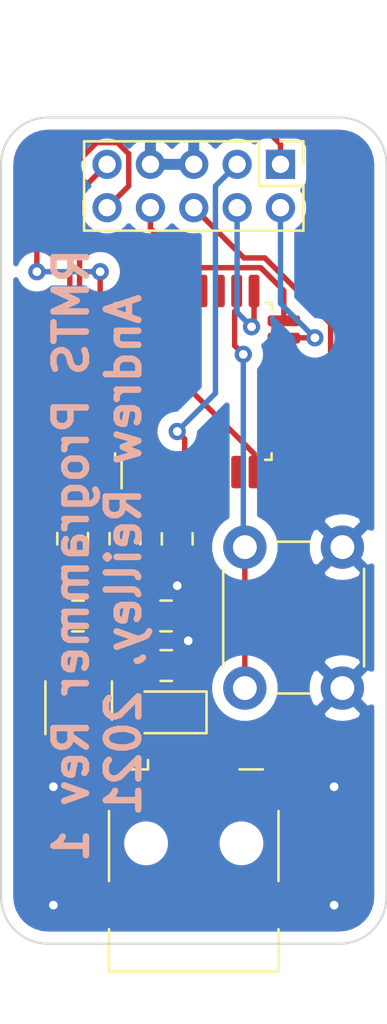
<source format=kicad_pcb>
(kicad_pcb (version 20171130) (host pcbnew "(5.1.2)-2")

  (general
    (thickness 1.6)
    (drawings 9)
    (tracks 155)
    (zones 0)
    (modules 12)
    (nets 37)
  )

  (page A4)
  (layers
    (0 F.Cu signal)
    (31 B.Cu signal)
    (32 B.Adhes user)
    (33 F.Adhes user)
    (34 B.Paste user)
    (35 F.Paste user)
    (36 B.SilkS user)
    (37 F.SilkS user)
    (38 B.Mask user)
    (39 F.Mask user)
    (40 Dwgs.User user)
    (41 Cmts.User user)
    (42 Eco1.User user)
    (43 Eco2.User user)
    (44 Edge.Cuts user)
    (45 Margin user)
    (46 B.CrtYd user)
    (47 F.CrtYd user)
    (48 B.Fab user)
    (49 F.Fab user)
  )

  (setup
    (last_trace_width 0.25)
    (trace_clearance 0.2)
    (zone_clearance 0.508)
    (zone_45_only no)
    (trace_min 0.2)
    (via_size 0.8)
    (via_drill 0.4)
    (via_min_size 0.4)
    (via_min_drill 0.3)
    (uvia_size 0.3)
    (uvia_drill 0.1)
    (uvias_allowed no)
    (uvia_min_size 0.2)
    (uvia_min_drill 0.1)
    (edge_width 0.05)
    (segment_width 0.2)
    (pcb_text_width 0.3)
    (pcb_text_size 1.5 1.5)
    (mod_edge_width 0.12)
    (mod_text_size 1 1)
    (mod_text_width 0.15)
    (pad_size 1.524 1.524)
    (pad_drill 0.762)
    (pad_to_mask_clearance 0.051)
    (solder_mask_min_width 0.25)
    (aux_axis_origin 0 0)
    (visible_elements 7FFFFFFF)
    (pcbplotparams
      (layerselection 0x010fc_ffffffff)
      (usegerberextensions false)
      (usegerberattributes false)
      (usegerberadvancedattributes false)
      (creategerberjobfile false)
      (excludeedgelayer true)
      (linewidth 0.100000)
      (plotframeref false)
      (viasonmask false)
      (mode 1)
      (useauxorigin false)
      (hpglpennumber 1)
      (hpglpenspeed 20)
      (hpglpendiameter 15.000000)
      (psnegative false)
      (psa4output false)
      (plotreference true)
      (plotvalue true)
      (plotinvisibletext false)
      (padsonsilk false)
      (subtractmaskfromsilk false)
      (outputformat 1)
      (mirror false)
      (drillshape 1)
      (scaleselection 1)
      (outputdirectory ""))
  )

  (net 0 "")
  (net 1 "Net-(U1-Pad32)")
  (net 2 "Net-(U1-Pad31)")
  (net 3 "Net-(U1-Pad30)")
  (net 4 "Net-(U1-Pad29)")
  (net 5 "Net-(U1-Pad28)")
  (net 6 "Net-(U1-Pad27)")
  (net 7 "Net-(U1-Pad26)")
  (net 8 "Net-(U1-Pad24)")
  (net 9 "Net-(U1-Pad23)")
  (net 10 "Net-(U1-Pad22)")
  (net 11 "Net-(U1-Pad21)")
  (net 12 "Net-(U1-Pad20)")
  (net 13 "Net-(U1-Pad19)")
  (net 14 "Net-(U1-Pad14)")
  (net 15 "Net-(U1-Pad13)")
  (net 16 "Net-(U1-Pad12)")
  (net 17 "Net-(U1-Pad11)")
  (net 18 "Net-(U1-Pad9)")
  (net 19 "Net-(U1-Pad7)")
  (net 20 "Net-(U1-Pad2)")
  (net 21 "Net-(U1-Pad1)")
  (net 22 GND)
  (net 23 +3V3)
  (net 24 "Net-(L1-Pad1)")
  (net 25 "Net-(J1-Pad1)")
  (net 26 "Net-(J1-Pad3)")
  (net 27 "Net-(J1-Pad2)")
  (net 28 /USBP)
  (net 29 /USBM)
  (net 30 "Net-(SW1-Pad2)")
  (net 31 /PTA0)
  (net 32 /PTA1)
  (net 33 /PTA2)
  (net 34 /PTA3)
  (net 35 /RST)
  (net 36 "Net-(D1-Pad1)")

  (net_class Default "This is the default net class."
    (clearance 0.2)
    (trace_width 0.25)
    (via_dia 0.8)
    (via_drill 0.4)
    (uvia_dia 0.3)
    (uvia_drill 0.1)
    (add_net +3V3)
    (add_net /PTA0)
    (add_net /PTA1)
    (add_net /PTA2)
    (add_net /PTA3)
    (add_net /RST)
    (add_net /USBM)
    (add_net /USBP)
    (add_net GND)
    (add_net "Net-(D1-Pad1)")
    (add_net "Net-(J1-Pad1)")
    (add_net "Net-(J1-Pad2)")
    (add_net "Net-(J1-Pad3)")
    (add_net "Net-(L1-Pad1)")
    (add_net "Net-(SW1-Pad2)")
    (add_net "Net-(U1-Pad1)")
    (add_net "Net-(U1-Pad11)")
    (add_net "Net-(U1-Pad12)")
    (add_net "Net-(U1-Pad13)")
    (add_net "Net-(U1-Pad14)")
    (add_net "Net-(U1-Pad19)")
    (add_net "Net-(U1-Pad2)")
    (add_net "Net-(U1-Pad20)")
    (add_net "Net-(U1-Pad21)")
    (add_net "Net-(U1-Pad22)")
    (add_net "Net-(U1-Pad23)")
    (add_net "Net-(U1-Pad24)")
    (add_net "Net-(U1-Pad26)")
    (add_net "Net-(U1-Pad27)")
    (add_net "Net-(U1-Pad28)")
    (add_net "Net-(U1-Pad29)")
    (add_net "Net-(U1-Pad30)")
    (add_net "Net-(U1-Pad31)")
    (add_net "Net-(U1-Pad32)")
    (add_net "Net-(U1-Pad7)")
    (add_net "Net-(U1-Pad9)")
  )

  (module Resistor_SMD:R_0805_2012Metric_Pad1.15x1.40mm_HandSolder (layer F.Cu) (tedit 5B36C52B) (tstamp 600443C7)
    (at 139.065 106.426)
    (descr "Resistor SMD 0805 (2012 Metric), square (rectangular) end terminal, IPC_7351 nominal with elongated pad for handsoldering. (Body size source: https://docs.google.com/spreadsheets/d/1BsfQQcO9C6DZCsRaXUlFlo91Tg2WpOkGARC1WS5S8t0/edit?usp=sharing), generated with kicad-footprint-generator")
    (tags "resistor handsolder")
    (path /60262F61)
    (attr smd)
    (fp_text reference R3 (at 0 -1.65) (layer F.SilkS) hide
      (effects (font (size 1 1) (thickness 0.15)))
    )
    (fp_text value 500 (at 0 1.65) (layer F.Fab)
      (effects (font (size 1 1) (thickness 0.15)))
    )
    (fp_text user %R (at 0 0) (layer F.Fab)
      (effects (font (size 0.5 0.5) (thickness 0.08)))
    )
    (fp_line (start 1.85 0.95) (end -1.85 0.95) (layer F.CrtYd) (width 0.05))
    (fp_line (start 1.85 -0.95) (end 1.85 0.95) (layer F.CrtYd) (width 0.05))
    (fp_line (start -1.85 -0.95) (end 1.85 -0.95) (layer F.CrtYd) (width 0.05))
    (fp_line (start -1.85 0.95) (end -1.85 -0.95) (layer F.CrtYd) (width 0.05))
    (fp_line (start -0.261252 0.71) (end 0.261252 0.71) (layer F.SilkS) (width 0.12))
    (fp_line (start -0.261252 -0.71) (end 0.261252 -0.71) (layer F.SilkS) (width 0.12))
    (fp_line (start 1 0.6) (end -1 0.6) (layer F.Fab) (width 0.1))
    (fp_line (start 1 -0.6) (end 1 0.6) (layer F.Fab) (width 0.1))
    (fp_line (start -1 -0.6) (end 1 -0.6) (layer F.Fab) (width 0.1))
    (fp_line (start -1 0.6) (end -1 -0.6) (layer F.Fab) (width 0.1))
    (pad 2 smd roundrect (at 1.025 0) (size 1.15 1.4) (layers F.Cu F.Paste F.Mask) (roundrect_rratio 0.217391)
      (net 22 GND))
    (pad 1 smd roundrect (at -1.025 0) (size 1.15 1.4) (layers F.Cu F.Paste F.Mask) (roundrect_rratio 0.217391)
      (net 36 "Net-(D1-Pad1)"))
    (model ${KISYS3DMOD}/Resistor_SMD.3dshapes/R_0805_2012Metric.wrl
      (at (xyz 0 0 0))
      (scale (xyz 1 1 1))
      (rotate (xyz 0 0 0))
    )
  )

  (module LED_SMD:LED_0805_2012Metric_Pad1.15x1.40mm_HandSolder (layer F.Cu) (tedit 5B4B45C9) (tstamp 600442B6)
    (at 139.065 108.585 180)
    (descr "LED SMD 0805 (2012 Metric), square (rectangular) end terminal, IPC_7351 nominal, (Body size source: https://docs.google.com/spreadsheets/d/1BsfQQcO9C6DZCsRaXUlFlo91Tg2WpOkGARC1WS5S8t0/edit?usp=sharing), generated with kicad-footprint-generator")
    (tags "LED handsolder")
    (path /60261C87)
    (attr smd)
    (fp_text reference D1 (at 0 -1.65) (layer F.SilkS) hide
      (effects (font (size 1 1) (thickness 0.15)))
    )
    (fp_text value LED (at 0 1.65) (layer F.Fab)
      (effects (font (size 1 1) (thickness 0.15)))
    )
    (fp_text user %R (at 0 0) (layer F.Fab)
      (effects (font (size 0.5 0.5) (thickness 0.08)))
    )
    (fp_line (start 1.85 0.95) (end -1.85 0.95) (layer F.CrtYd) (width 0.05))
    (fp_line (start 1.85 -0.95) (end 1.85 0.95) (layer F.CrtYd) (width 0.05))
    (fp_line (start -1.85 -0.95) (end 1.85 -0.95) (layer F.CrtYd) (width 0.05))
    (fp_line (start -1.85 0.95) (end -1.85 -0.95) (layer F.CrtYd) (width 0.05))
    (fp_line (start -1.86 0.96) (end 1 0.96) (layer F.SilkS) (width 0.12))
    (fp_line (start -1.86 -0.96) (end -1.86 0.96) (layer F.SilkS) (width 0.12))
    (fp_line (start 1 -0.96) (end -1.86 -0.96) (layer F.SilkS) (width 0.12))
    (fp_line (start 1 0.6) (end 1 -0.6) (layer F.Fab) (width 0.1))
    (fp_line (start -1 0.6) (end 1 0.6) (layer F.Fab) (width 0.1))
    (fp_line (start -1 -0.3) (end -1 0.6) (layer F.Fab) (width 0.1))
    (fp_line (start -0.7 -0.6) (end -1 -0.3) (layer F.Fab) (width 0.1))
    (fp_line (start 1 -0.6) (end -0.7 -0.6) (layer F.Fab) (width 0.1))
    (pad 2 smd roundrect (at 1.025 0 180) (size 1.15 1.4) (layers F.Cu F.Paste F.Mask) (roundrect_rratio 0.217391)
      (net 23 +3V3))
    (pad 1 smd roundrect (at -1.025 0 180) (size 1.15 1.4) (layers F.Cu F.Paste F.Mask) (roundrect_rratio 0.217391)
      (net 36 "Net-(D1-Pad1)"))
    (model ${KISYS3DMOD}/LED_SMD.3dshapes/LED_0805_2012Metric.wrl
      (at (xyz 0 0 0))
      (scale (xyz 1 1 1))
      (rotate (xyz 0 0 0))
    )
  )

  (module Connector_PinHeader_2.00mm:PinHeader_2x05_P2.00mm_Vertical (layer F.Cu) (tedit 59FED667) (tstamp 6002C769)
    (at 144.3355 83.312 270)
    (descr "Through hole straight pin header, 2x05, 2.00mm pitch, double rows")
    (tags "Through hole pin header THT 2x05 2.00mm double row")
    (path /6003C43A)
    (fp_text reference J2 (at 1 -2.06 90) (layer F.SilkS) hide
      (effects (font (size 1 1) (thickness 0.15)))
    )
    (fp_text value Conn_02x05_Odd_Even (at 1 10.06 90) (layer F.Fab)
      (effects (font (size 1 1) (thickness 0.15)))
    )
    (fp_text user %R (at 1 4) (layer F.Fab)
      (effects (font (size 1 1) (thickness 0.15)))
    )
    (fp_line (start 3.5 -1.5) (end -1.5 -1.5) (layer F.CrtYd) (width 0.05))
    (fp_line (start 3.5 9.5) (end 3.5 -1.5) (layer F.CrtYd) (width 0.05))
    (fp_line (start -1.5 9.5) (end 3.5 9.5) (layer F.CrtYd) (width 0.05))
    (fp_line (start -1.5 -1.5) (end -1.5 9.5) (layer F.CrtYd) (width 0.05))
    (fp_line (start -1.06 -1.06) (end 0 -1.06) (layer F.SilkS) (width 0.12))
    (fp_line (start -1.06 0) (end -1.06 -1.06) (layer F.SilkS) (width 0.12))
    (fp_line (start 1 -1.06) (end 3.06 -1.06) (layer F.SilkS) (width 0.12))
    (fp_line (start 1 1) (end 1 -1.06) (layer F.SilkS) (width 0.12))
    (fp_line (start -1.06 1) (end 1 1) (layer F.SilkS) (width 0.12))
    (fp_line (start 3.06 -1.06) (end 3.06 9.06) (layer F.SilkS) (width 0.12))
    (fp_line (start -1.06 1) (end -1.06 9.06) (layer F.SilkS) (width 0.12))
    (fp_line (start -1.06 9.06) (end 3.06 9.06) (layer F.SilkS) (width 0.12))
    (fp_line (start -1 0) (end 0 -1) (layer F.Fab) (width 0.1))
    (fp_line (start -1 9) (end -1 0) (layer F.Fab) (width 0.1))
    (fp_line (start 3 9) (end -1 9) (layer F.Fab) (width 0.1))
    (fp_line (start 3 -1) (end 3 9) (layer F.Fab) (width 0.1))
    (fp_line (start 0 -1) (end 3 -1) (layer F.Fab) (width 0.1))
    (pad 10 thru_hole oval (at 2 8 270) (size 1.35 1.35) (drill 0.8) (layers *.Cu *.Mask)
      (net 29 /USBM))
    (pad 9 thru_hole oval (at 0 8 270) (size 1.35 1.35) (drill 0.8) (layers *.Cu *.Mask)
      (net 28 /USBP))
    (pad 8 thru_hole oval (at 2 6 270) (size 1.35 1.35) (drill 0.8) (layers *.Cu *.Mask)
      (net 31 /PTA0))
    (pad 7 thru_hole oval (at 0 6 270) (size 1.35 1.35) (drill 0.8) (layers *.Cu *.Mask)
      (net 22 GND))
    (pad 6 thru_hole oval (at 2 4 270) (size 1.35 1.35) (drill 0.8) (layers *.Cu *.Mask)
      (net 32 /PTA1))
    (pad 5 thru_hole oval (at 0 4 270) (size 1.35 1.35) (drill 0.8) (layers *.Cu *.Mask)
      (net 22 GND))
    (pad 4 thru_hole oval (at 2 2 270) (size 1.35 1.35) (drill 0.8) (layers *.Cu *.Mask)
      (net 33 /PTA2))
    (pad 3 thru_hole oval (at 0 2 270) (size 1.35 1.35) (drill 0.8) (layers *.Cu *.Mask)
      (net 23 +3V3))
    (pad 2 thru_hole oval (at 2 0 270) (size 1.35 1.35) (drill 0.8) (layers *.Cu *.Mask)
      (net 34 /PTA3))
    (pad 1 thru_hole rect (at 0 0 270) (size 1.35 1.35) (drill 0.8) (layers *.Cu *.Mask)
      (net 35 /RST))
    (model ${KISYS3DMOD}/Connector_PinHeader_2.00mm.3dshapes/PinHeader_2x05_P2.00mm_Vertical.wrl
      (at (xyz 0 0 0))
      (scale (xyz 1 1 1))
      (rotate (xyz 0 0 0))
    )
  )

  (module Button_Switch_THT:SW_PUSH_6mm (layer F.Cu) (tedit 5A02FE31) (tstamp 6002C90D)
    (at 147.193 100.965 270)
    (descr https://www.omron.com/ecb/products/pdf/en-b3f.pdf)
    (tags "tact sw push 6mm")
    (path /60040639)
    (fp_text reference SW1 (at 3.25 -2 90) (layer F.SilkS) hide
      (effects (font (size 1 1) (thickness 0.15)))
    )
    (fp_text value SW_Push (at 3.75 6.7 90) (layer F.Fab)
      (effects (font (size 1 1) (thickness 0.15)))
    )
    (fp_text user %R (at 3.25 2.25 90) (layer F.Fab)
      (effects (font (size 1 1) (thickness 0.15)))
    )
    (fp_line (start 3.25 -0.75) (end 6.25 -0.75) (layer F.Fab) (width 0.1))
    (fp_line (start 6.25 -0.75) (end 6.25 5.25) (layer F.Fab) (width 0.1))
    (fp_line (start 6.25 5.25) (end 0.25 5.25) (layer F.Fab) (width 0.1))
    (fp_line (start 0.25 5.25) (end 0.25 -0.75) (layer F.Fab) (width 0.1))
    (fp_line (start 0.25 -0.75) (end 3.25 -0.75) (layer F.Fab) (width 0.1))
    (fp_line (start 7.75 6) (end 8 6) (layer F.CrtYd) (width 0.05))
    (fp_line (start 8 6) (end 8 5.75) (layer F.CrtYd) (width 0.05))
    (fp_line (start 7.75 -1.5) (end 8 -1.5) (layer F.CrtYd) (width 0.05))
    (fp_line (start 8 -1.5) (end 8 -1.25) (layer F.CrtYd) (width 0.05))
    (fp_line (start -1.5 -1.25) (end -1.5 -1.5) (layer F.CrtYd) (width 0.05))
    (fp_line (start -1.5 -1.5) (end -1.25 -1.5) (layer F.CrtYd) (width 0.05))
    (fp_line (start -1.5 5.75) (end -1.5 6) (layer F.CrtYd) (width 0.05))
    (fp_line (start -1.5 6) (end -1.25 6) (layer F.CrtYd) (width 0.05))
    (fp_line (start -1.25 -1.5) (end 7.75 -1.5) (layer F.CrtYd) (width 0.05))
    (fp_line (start -1.5 5.75) (end -1.5 -1.25) (layer F.CrtYd) (width 0.05))
    (fp_line (start 7.75 6) (end -1.25 6) (layer F.CrtYd) (width 0.05))
    (fp_line (start 8 -1.25) (end 8 5.75) (layer F.CrtYd) (width 0.05))
    (fp_line (start 1 5.5) (end 5.5 5.5) (layer F.SilkS) (width 0.12))
    (fp_line (start -0.25 1.5) (end -0.25 3) (layer F.SilkS) (width 0.12))
    (fp_line (start 5.5 -1) (end 1 -1) (layer F.SilkS) (width 0.12))
    (fp_line (start 6.75 3) (end 6.75 1.5) (layer F.SilkS) (width 0.12))
    (fp_circle (center 3.25 2.25) (end 1.25 2.5) (layer F.Fab) (width 0.1))
    (pad 2 thru_hole circle (at 0 4.5) (size 2 2) (drill 1.1) (layers *.Cu *.Mask)
      (net 30 "Net-(SW1-Pad2)"))
    (pad 1 thru_hole circle (at 0 0) (size 2 2) (drill 1.1) (layers *.Cu *.Mask)
      (net 22 GND))
    (pad 2 thru_hole circle (at 6.5 4.5) (size 2 2) (drill 1.1) (layers *.Cu *.Mask)
      (net 30 "Net-(SW1-Pad2)"))
    (pad 1 thru_hole circle (at 6.5 0) (size 2 2) (drill 1.1) (layers *.Cu *.Mask)
      (net 22 GND))
    (model ${KISYS3DMOD}/Button_Switch_THT.3dshapes/SW_PUSH_6mm.wrl
      (at (xyz 0 0 0))
      (scale (xyz 1 1 1))
      (rotate (xyz 0 0 0))
    )
  )

  (module Resistor_SMD:R_0805_2012Metric_Pad1.15x1.40mm_HandSolder (layer F.Cu) (tedit 5B36C52B) (tstamp 6002AA3D)
    (at 134.747 100.575 90)
    (descr "Resistor SMD 0805 (2012 Metric), square (rectangular) end terminal, IPC_7351 nominal with elongated pad for handsoldering. (Body size source: https://docs.google.com/spreadsheets/d/1BsfQQcO9C6DZCsRaXUlFlo91Tg2WpOkGARC1WS5S8t0/edit?usp=sharing), generated with kicad-footprint-generator")
    (tags "resistor handsolder")
    (path /6006EF34)
    (attr smd)
    (fp_text reference R2 (at 0 -1.65 90) (layer F.SilkS) hide
      (effects (font (size 1 1) (thickness 0.15)))
    )
    (fp_text value R_US (at 0 1.65 90) (layer F.Fab)
      (effects (font (size 1 1) (thickness 0.15)))
    )
    (fp_text user %R (at 0 0 90) (layer F.Fab)
      (effects (font (size 0.5 0.5) (thickness 0.08)))
    )
    (fp_line (start 1.85 0.95) (end -1.85 0.95) (layer F.CrtYd) (width 0.05))
    (fp_line (start 1.85 -0.95) (end 1.85 0.95) (layer F.CrtYd) (width 0.05))
    (fp_line (start -1.85 -0.95) (end 1.85 -0.95) (layer F.CrtYd) (width 0.05))
    (fp_line (start -1.85 0.95) (end -1.85 -0.95) (layer F.CrtYd) (width 0.05))
    (fp_line (start -0.261252 0.71) (end 0.261252 0.71) (layer F.SilkS) (width 0.12))
    (fp_line (start -0.261252 -0.71) (end 0.261252 -0.71) (layer F.SilkS) (width 0.12))
    (fp_line (start 1 0.6) (end -1 0.6) (layer F.Fab) (width 0.1))
    (fp_line (start 1 -0.6) (end 1 0.6) (layer F.Fab) (width 0.1))
    (fp_line (start -1 -0.6) (end 1 -0.6) (layer F.Fab) (width 0.1))
    (fp_line (start -1 0.6) (end -1 -0.6) (layer F.Fab) (width 0.1))
    (pad 2 smd roundrect (at 1.025 0 90) (size 1.15 1.4) (layers F.Cu F.Paste F.Mask) (roundrect_rratio 0.217391)
      (net 29 /USBM))
    (pad 1 smd roundrect (at -1.025 0 90) (size 1.15 1.4) (layers F.Cu F.Paste F.Mask) (roundrect_rratio 0.217391)
      (net 27 "Net-(J1-Pad2)"))
    (model ${KISYS3DMOD}/Resistor_SMD.3dshapes/R_0805_2012Metric.wrl
      (at (xyz 0 0 0))
      (scale (xyz 1 1 1))
      (rotate (xyz 0 0 0))
    )
  )

  (module Resistor_SMD:R_0805_2012Metric_Pad1.15x1.40mm_HandSolder (layer F.Cu) (tedit 5B36C52B) (tstamp 6002AA2C)
    (at 137.16 100.575 90)
    (descr "Resistor SMD 0805 (2012 Metric), square (rectangular) end terminal, IPC_7351 nominal with elongated pad for handsoldering. (Body size source: https://docs.google.com/spreadsheets/d/1BsfQQcO9C6DZCsRaXUlFlo91Tg2WpOkGARC1WS5S8t0/edit?usp=sharing), generated with kicad-footprint-generator")
    (tags "resistor handsolder")
    (path /60065BD3)
    (attr smd)
    (fp_text reference R1 (at 0 -1.65 90) (layer F.SilkS) hide
      (effects (font (size 1 1) (thickness 0.15)))
    )
    (fp_text value R_US (at 0 1.65 90) (layer F.Fab)
      (effects (font (size 1 1) (thickness 0.15)))
    )
    (fp_text user %R (at 0 0 90) (layer F.Fab)
      (effects (font (size 0.5 0.5) (thickness 0.08)))
    )
    (fp_line (start 1.85 0.95) (end -1.85 0.95) (layer F.CrtYd) (width 0.05))
    (fp_line (start 1.85 -0.95) (end 1.85 0.95) (layer F.CrtYd) (width 0.05))
    (fp_line (start -1.85 -0.95) (end 1.85 -0.95) (layer F.CrtYd) (width 0.05))
    (fp_line (start -1.85 0.95) (end -1.85 -0.95) (layer F.CrtYd) (width 0.05))
    (fp_line (start -0.261252 0.71) (end 0.261252 0.71) (layer F.SilkS) (width 0.12))
    (fp_line (start -0.261252 -0.71) (end 0.261252 -0.71) (layer F.SilkS) (width 0.12))
    (fp_line (start 1 0.6) (end -1 0.6) (layer F.Fab) (width 0.1))
    (fp_line (start 1 -0.6) (end 1 0.6) (layer F.Fab) (width 0.1))
    (fp_line (start -1 -0.6) (end 1 -0.6) (layer F.Fab) (width 0.1))
    (fp_line (start -1 0.6) (end -1 -0.6) (layer F.Fab) (width 0.1))
    (pad 2 smd roundrect (at 1.025 0 90) (size 1.15 1.4) (layers F.Cu F.Paste F.Mask) (roundrect_rratio 0.217391)
      (net 28 /USBP))
    (pad 1 smd roundrect (at -1.025 0 90) (size 1.15 1.4) (layers F.Cu F.Paste F.Mask) (roundrect_rratio 0.217391)
      (net 26 "Net-(J1-Pad3)"))
    (model ${KISYS3DMOD}/Resistor_SMD.3dshapes/R_0805_2012Metric.wrl
      (at (xyz 0 0 0))
      (scale (xyz 1 1 1))
      (rotate (xyz 0 0 0))
    )
  )

  (module Inductor_SMD:L_0805_2012Metric_Pad1.15x1.40mm_HandSolder (layer F.Cu) (tedit 5B36C52B) (tstamp 6002AA1B)
    (at 134.992 104.14)
    (descr "Capacitor SMD 0805 (2012 Metric), square (rectangular) end terminal, IPC_7351 nominal with elongated pad for handsoldering. (Body size source: https://docs.google.com/spreadsheets/d/1BsfQQcO9C6DZCsRaXUlFlo91Tg2WpOkGARC1WS5S8t0/edit?usp=sharing), generated with kicad-footprint-generator")
    (tags "inductor handsolder")
    (path /6004A97D)
    (attr smd)
    (fp_text reference L1 (at 0 -1.65) (layer F.SilkS) hide
      (effects (font (size 1 1) (thickness 0.15)))
    )
    (fp_text value 1uH (at 0 1.65) (layer F.Fab)
      (effects (font (size 1 1) (thickness 0.15)))
    )
    (fp_text user %R (at 0 0) (layer F.Fab)
      (effects (font (size 0.5 0.5) (thickness 0.08)))
    )
    (fp_line (start 1.85 0.95) (end -1.85 0.95) (layer F.CrtYd) (width 0.05))
    (fp_line (start 1.85 -0.95) (end 1.85 0.95) (layer F.CrtYd) (width 0.05))
    (fp_line (start -1.85 -0.95) (end 1.85 -0.95) (layer F.CrtYd) (width 0.05))
    (fp_line (start -1.85 0.95) (end -1.85 -0.95) (layer F.CrtYd) (width 0.05))
    (fp_line (start -0.261252 0.71) (end 0.261252 0.71) (layer F.SilkS) (width 0.12))
    (fp_line (start -0.261252 -0.71) (end 0.261252 -0.71) (layer F.SilkS) (width 0.12))
    (fp_line (start 1 0.6) (end -1 0.6) (layer F.Fab) (width 0.1))
    (fp_line (start 1 -0.6) (end 1 0.6) (layer F.Fab) (width 0.1))
    (fp_line (start -1 -0.6) (end 1 -0.6) (layer F.Fab) (width 0.1))
    (fp_line (start -1 0.6) (end -1 -0.6) (layer F.Fab) (width 0.1))
    (pad 2 smd roundrect (at 1.025 0) (size 1.15 1.4) (layers F.Cu F.Paste F.Mask) (roundrect_rratio 0.217391)
      (net 23 +3V3))
    (pad 1 smd roundrect (at -1.025 0) (size 1.15 1.4) (layers F.Cu F.Paste F.Mask) (roundrect_rratio 0.217391)
      (net 24 "Net-(L1-Pad1)"))
    (model ${KISYS3DMOD}/Inductor_SMD.3dshapes/L_0805_2012Metric.wrl
      (at (xyz 0 0 0))
      (scale (xyz 1 1 1))
      (rotate (xyz 0 0 0))
    )
  )

  (module Connector_USB:USB_Mini-B_Lumberg_2486_01_Horizontal (layer F.Cu) (tedit 5AC6B535) (tstamp 6002AA0A)
    (at 140.335 114.625)
    (descr "USB Mini-B 5-pin SMD connector, http://downloads.lumberg.com/datenblaetter/en/2486_01.pdf")
    (tags "USB USB_B USB_Mini connector")
    (path /6003EA0A)
    (attr smd)
    (fp_text reference J1 (at 0 -5) (layer F.SilkS) hide
      (effects (font (size 1 1) (thickness 0.15)))
    )
    (fp_text value USB_B_Micro (at 0 7.5) (layer F.Fab)
      (effects (font (size 1 1) (thickness 0.15)))
    )
    (fp_line (start -4.35 6.35) (end -4.35 4.2) (layer F.CrtYd) (width 0.05))
    (fp_line (start -4.35 4.2) (end -5.95 4.2) (layer F.CrtYd) (width 0.05))
    (fp_line (start -5.95 1.5) (end -5.95 4.2) (layer F.CrtYd) (width 0.05))
    (fp_line (start -4.35 1.5) (end -5.95 1.5) (layer F.CrtYd) (width 0.05))
    (fp_line (start -4.35 -1.25) (end -4.35 1.5) (layer F.CrtYd) (width 0.05))
    (fp_line (start -4.35 -1.25) (end -5.95 -1.25) (layer F.CrtYd) (width 0.05))
    (fp_line (start -5.95 -3.95) (end -5.95 -1.25) (layer F.CrtYd) (width 0.05))
    (fp_line (start -5.95 -3.95) (end -2.35 -3.95) (layer F.CrtYd) (width 0.05))
    (fp_line (start -2.35 -3.95) (end -2.35 -4.2) (layer F.CrtYd) (width 0.05))
    (fp_line (start 5.95 -3.95) (end 5.95 -1.25) (layer F.CrtYd) (width 0.05))
    (fp_line (start 4.35 -1.25) (end 5.95 -1.25) (layer F.CrtYd) (width 0.05))
    (fp_line (start 4.35 -1.25) (end 4.35 1.5) (layer F.CrtYd) (width 0.05))
    (fp_line (start -1.95 -3.35) (end -1.6 -2.85) (layer F.Fab) (width 0.1))
    (fp_line (start 5.95 1.5) (end 5.95 4.2) (layer F.CrtYd) (width 0.05))
    (fp_line (start 5.95 -3.95) (end 2.35 -3.95) (layer F.CrtYd) (width 0.05))
    (fp_line (start -4.35 6.35) (end 4.35 6.35) (layer F.CrtYd) (width 0.05))
    (fp_line (start -3.85 -3.35) (end 3.85 -3.35) (layer F.Fab) (width 0.1))
    (fp_line (start -3.85 -3.35) (end -3.85 5.85) (layer F.Fab) (width 0.1))
    (fp_line (start -3.85 5.85) (end 3.85 5.85) (layer F.Fab) (width 0.1))
    (fp_line (start 3.85 5.85) (end 3.85 -3.35) (layer F.Fab) (width 0.1))
    (fp_line (start -3.91 5.91) (end -3.91 3.96) (layer F.SilkS) (width 0.12))
    (fp_line (start -3.91 1.74) (end -3.91 -1.49) (layer F.SilkS) (width 0.12))
    (fp_line (start -3.19 -3.41) (end -2.11 -3.41) (layer F.SilkS) (width 0.12))
    (fp_line (start 2.11 -3.41) (end 3.19 -3.41) (layer F.SilkS) (width 0.12))
    (fp_line (start 3.91 1.74) (end 3.91 -1.49) (layer F.SilkS) (width 0.12))
    (fp_line (start 3.91 5.91) (end 3.91 3.96) (layer F.SilkS) (width 0.12))
    (fp_text user %R (at 0 1.6 180) (layer F.Fab)
      (effects (font (size 1 1) (thickness 0.15)))
    )
    (fp_line (start -2.11 -3.41) (end -2.11 -3.84) (layer F.SilkS) (width 0.12))
    (fp_line (start -1.6 -2.85) (end -1.25 -3.35) (layer F.Fab) (width 0.1))
    (fp_line (start 3.91 5.91) (end -3.91 5.91) (layer F.SilkS) (width 0.12))
    (fp_line (start 4.35 6.35) (end 4.35 4.2) (layer F.CrtYd) (width 0.05))
    (fp_line (start 4.35 4.2) (end 5.95 4.2) (layer F.CrtYd) (width 0.05))
    (fp_line (start 4.35 1.5) (end 5.95 1.5) (layer F.CrtYd) (width 0.05))
    (fp_line (start 2.35 -3.95) (end 2.35 -4.2) (layer F.CrtYd) (width 0.05))
    (fp_line (start 2.35 -4.2) (end -2.35 -4.2) (layer F.CrtYd) (width 0.05))
    (pad "" np_thru_hole circle (at 2.2 0) (size 1 1) (drill 1) (layers *.Cu *.Mask))
    (pad "" np_thru_hole circle (at -2.2 0) (size 1 1) (drill 1) (layers *.Cu *.Mask))
    (pad 6 smd rect (at 4.45 2.85) (size 2 1.7) (layers F.Cu F.Paste F.Mask)
      (net 22 GND))
    (pad 6 smd rect (at 4.45 -2.6) (size 2 1.7) (layers F.Cu F.Paste F.Mask)
      (net 22 GND))
    (pad 6 smd rect (at -4.45 2.85) (size 2 1.7) (layers F.Cu F.Paste F.Mask)
      (net 22 GND))
    (pad 6 smd rect (at -4.45 -2.6) (size 2 1.7) (layers F.Cu F.Paste F.Mask)
      (net 22 GND))
    (pad 5 smd rect (at 1.6 -2.7) (size 0.5 2) (layers F.Cu F.Paste F.Mask)
      (net 22 GND))
    (pad 4 smd rect (at 0.8 -2.7) (size 0.5 2) (layers F.Cu F.Paste F.Mask)
      (net 32 /PTA1))
    (pad 3 smd rect (at 0 -2.7) (size 0.5 2) (layers F.Cu F.Paste F.Mask)
      (net 26 "Net-(J1-Pad3)"))
    (pad 2 smd rect (at -0.8 -2.7) (size 0.5 2) (layers F.Cu F.Paste F.Mask)
      (net 27 "Net-(J1-Pad2)"))
    (pad 1 smd rect (at -1.6 -2.7) (size 0.5 2) (layers F.Cu F.Paste F.Mask)
      (net 25 "Net-(J1-Pad1)"))
    (model ${KISYS3DMOD}/Connector_USB.3dshapes/USB_Mini-B_Lumberg_2486_01_Horizontal.wrl
      (at (xyz 0 0 0))
      (scale (xyz 1 1 1))
      (rotate (xyz 0 0 0))
    )
  )

  (module Capacitor_SMD:C_0805_2012Metric_Pad1.15x1.40mm_HandSolder (layer F.Cu) (tedit 5B36C52B) (tstamp 6002A9D8)
    (at 139.056 104.14)
    (descr "Capacitor SMD 0805 (2012 Metric), square (rectangular) end terminal, IPC_7351 nominal with elongated pad for handsoldering. (Body size source: https://docs.google.com/spreadsheets/d/1BsfQQcO9C6DZCsRaXUlFlo91Tg2WpOkGARC1WS5S8t0/edit?usp=sharing), generated with kicad-footprint-generator")
    (tags "capacitor handsolder")
    (path /6006F61D)
    (attr smd)
    (fp_text reference C2 (at 0 -1.65) (layer F.SilkS) hide
      (effects (font (size 1 1) (thickness 0.15)))
    )
    (fp_text value 0.1uF (at 0 1.65) (layer F.Fab)
      (effects (font (size 1 1) (thickness 0.15)))
    )
    (fp_text user %R (at 0 0) (layer F.Fab)
      (effects (font (size 0.5 0.5) (thickness 0.08)))
    )
    (fp_line (start 1.85 0.95) (end -1.85 0.95) (layer F.CrtYd) (width 0.05))
    (fp_line (start 1.85 -0.95) (end 1.85 0.95) (layer F.CrtYd) (width 0.05))
    (fp_line (start -1.85 -0.95) (end 1.85 -0.95) (layer F.CrtYd) (width 0.05))
    (fp_line (start -1.85 0.95) (end -1.85 -0.95) (layer F.CrtYd) (width 0.05))
    (fp_line (start -0.261252 0.71) (end 0.261252 0.71) (layer F.SilkS) (width 0.12))
    (fp_line (start -0.261252 -0.71) (end 0.261252 -0.71) (layer F.SilkS) (width 0.12))
    (fp_line (start 1 0.6) (end -1 0.6) (layer F.Fab) (width 0.1))
    (fp_line (start 1 -0.6) (end 1 0.6) (layer F.Fab) (width 0.1))
    (fp_line (start -1 -0.6) (end 1 -0.6) (layer F.Fab) (width 0.1))
    (fp_line (start -1 0.6) (end -1 -0.6) (layer F.Fab) (width 0.1))
    (pad 2 smd roundrect (at 1.025 0) (size 1.15 1.4) (layers F.Cu F.Paste F.Mask) (roundrect_rratio 0.217391)
      (net 22 GND))
    (pad 1 smd roundrect (at -1.025 0) (size 1.15 1.4) (layers F.Cu F.Paste F.Mask) (roundrect_rratio 0.217391)
      (net 23 +3V3))
    (model ${KISYS3DMOD}/Capacitor_SMD.3dshapes/C_0805_2012Metric.wrl
      (at (xyz 0 0 0))
      (scale (xyz 1 1 1))
      (rotate (xyz 0 0 0))
    )
  )

  (module Capacitor_SMD:C_0805_2012Metric_Pad1.15x1.40mm_HandSolder (layer F.Cu) (tedit 5B36C52B) (tstamp 6002A9C7)
    (at 139.573 100.584 270)
    (descr "Capacitor SMD 0805 (2012 Metric), square (rectangular) end terminal, IPC_7351 nominal with elongated pad for handsoldering. (Body size source: https://docs.google.com/spreadsheets/d/1BsfQQcO9C6DZCsRaXUlFlo91Tg2WpOkGARC1WS5S8t0/edit?usp=sharing), generated with kicad-footprint-generator")
    (tags "capacitor handsolder")
    (path /6004C50F)
    (attr smd)
    (fp_text reference C1 (at 0 -1.65 90) (layer F.SilkS) hide
      (effects (font (size 1 1) (thickness 0.15)))
    )
    (fp_text value 10uF (at 0 1.65 90) (layer F.Fab)
      (effects (font (size 1 1) (thickness 0.15)))
    )
    (fp_text user %R (at 0 0 90) (layer F.Fab)
      (effects (font (size 0.5 0.5) (thickness 0.08)))
    )
    (fp_line (start 1.85 0.95) (end -1.85 0.95) (layer F.CrtYd) (width 0.05))
    (fp_line (start 1.85 -0.95) (end 1.85 0.95) (layer F.CrtYd) (width 0.05))
    (fp_line (start -1.85 -0.95) (end 1.85 -0.95) (layer F.CrtYd) (width 0.05))
    (fp_line (start -1.85 0.95) (end -1.85 -0.95) (layer F.CrtYd) (width 0.05))
    (fp_line (start -0.261252 0.71) (end 0.261252 0.71) (layer F.SilkS) (width 0.12))
    (fp_line (start -0.261252 -0.71) (end 0.261252 -0.71) (layer F.SilkS) (width 0.12))
    (fp_line (start 1 0.6) (end -1 0.6) (layer F.Fab) (width 0.1))
    (fp_line (start 1 -0.6) (end 1 0.6) (layer F.Fab) (width 0.1))
    (fp_line (start -1 -0.6) (end 1 -0.6) (layer F.Fab) (width 0.1))
    (fp_line (start -1 0.6) (end -1 -0.6) (layer F.Fab) (width 0.1))
    (pad 2 smd roundrect (at 1.025 0 270) (size 1.15 1.4) (layers F.Cu F.Paste F.Mask) (roundrect_rratio 0.217391)
      (net 22 GND))
    (pad 1 smd roundrect (at -1.025 0 270) (size 1.15 1.4) (layers F.Cu F.Paste F.Mask) (roundrect_rratio 0.217391)
      (net 23 +3V3))
    (model ${KISYS3DMOD}/Capacitor_SMD.3dshapes/C_0805_2012Metric.wrl
      (at (xyz 0 0 0))
      (scale (xyz 1 1 1))
      (rotate (xyz 0 0 0))
    )
  )

  (module Package_TO_SOT_SMD:TSOT-23-5 (layer F.Cu) (tedit 5A02FF57) (tstamp 60027C07)
    (at 135.001 108.037 90)
    (descr "5-pin TSOT23 package, http://cds.linear.com/docs/en/packaging/SOT_5_05-08-1635.pdf")
    (tags TSOT-23-5)
    (path /60041CE7)
    (attr smd)
    (fp_text reference U2 (at 0 -2.45 90) (layer F.SilkS) hide
      (effects (font (size 1 1) (thickness 0.15)))
    )
    (fp_text value ADP2108AUJ-3.3 (at 0 2.5 90) (layer F.Fab)
      (effects (font (size 1 1) (thickness 0.15)))
    )
    (fp_line (start 2.17 1.7) (end -2.17 1.7) (layer F.CrtYd) (width 0.05))
    (fp_line (start 2.17 1.7) (end 2.17 -1.7) (layer F.CrtYd) (width 0.05))
    (fp_line (start -2.17 -1.7) (end -2.17 1.7) (layer F.CrtYd) (width 0.05))
    (fp_line (start -2.17 -1.7) (end 2.17 -1.7) (layer F.CrtYd) (width 0.05))
    (fp_line (start 0.88 -1.45) (end 0.88 1.45) (layer F.Fab) (width 0.1))
    (fp_line (start 0.88 1.45) (end -0.88 1.45) (layer F.Fab) (width 0.1))
    (fp_line (start -0.88 -1) (end -0.88 1.45) (layer F.Fab) (width 0.1))
    (fp_line (start 0.88 -1.45) (end -0.43 -1.45) (layer F.Fab) (width 0.1))
    (fp_line (start -0.88 -1) (end -0.43 -1.45) (layer F.Fab) (width 0.1))
    (fp_line (start 0.88 -1.51) (end -1.55 -1.51) (layer F.SilkS) (width 0.12))
    (fp_line (start -0.88 1.56) (end 0.88 1.56) (layer F.SilkS) (width 0.12))
    (fp_text user %R (at 0 0) (layer F.Fab)
      (effects (font (size 0.5 0.5) (thickness 0.075)))
    )
    (pad 5 smd rect (at 1.31 -0.95 90) (size 1.22 0.65) (layers F.Cu F.Paste F.Mask)
      (net 24 "Net-(L1-Pad1)"))
    (pad 4 smd rect (at 1.31 0.95 90) (size 1.22 0.65) (layers F.Cu F.Paste F.Mask)
      (net 23 +3V3))
    (pad 3 smd rect (at -1.31 0.95 90) (size 1.22 0.65) (layers F.Cu F.Paste F.Mask)
      (net 25 "Net-(J1-Pad1)"))
    (pad 2 smd rect (at -1.31 0 90) (size 1.22 0.65) (layers F.Cu F.Paste F.Mask)
      (net 22 GND))
    (pad 1 smd rect (at -1.31 -0.95 90) (size 1.22 0.65) (layers F.Cu F.Paste F.Mask)
      (net 25 "Net-(J1-Pad1)"))
    (model ${KISYS3DMOD}/Package_TO_SOT_SMD.3dshapes/TSOT-23-5.wrl
      (at (xyz 0 0 0))
      (scale (xyz 1 1 1))
      (rotate (xyz 0 0 0))
    )
  )

  (module Package_QFP:LQFP-32_7x7mm_P0.8mm (layer F.Cu) (tedit 5C1823C9) (tstamp 60027356)
    (at 140.316 93.329 90)
    (descr "LQFP, 32 Pin (https://www.nxp.com/docs/en/package-information/SOT358-1.pdf), generated with kicad-footprint-generator ipc_gullwing_generator.py")
    (tags "LQFP QFP")
    (path /6003A1DD)
    (attr smd)
    (fp_text reference U1 (at 0 -5.88 90) (layer F.SilkS) hide
      (effects (font (size 1 1) (thickness 0.15)))
    )
    (fp_text value MKL04Z32VLC4 (at 0 5.88 90) (layer F.Fab)
      (effects (font (size 1 1) (thickness 0.15)))
    )
    (fp_text user %R (at 0 0 90) (layer F.Fab)
      (effects (font (size 1 1) (thickness 0.15)))
    )
    (fp_line (start 5.18 3.3) (end 5.18 0) (layer F.CrtYd) (width 0.05))
    (fp_line (start 3.75 3.3) (end 5.18 3.3) (layer F.CrtYd) (width 0.05))
    (fp_line (start 3.75 3.75) (end 3.75 3.3) (layer F.CrtYd) (width 0.05))
    (fp_line (start 3.3 3.75) (end 3.75 3.75) (layer F.CrtYd) (width 0.05))
    (fp_line (start 3.3 5.18) (end 3.3 3.75) (layer F.CrtYd) (width 0.05))
    (fp_line (start 0 5.18) (end 3.3 5.18) (layer F.CrtYd) (width 0.05))
    (fp_line (start -5.18 3.3) (end -5.18 0) (layer F.CrtYd) (width 0.05))
    (fp_line (start -3.75 3.3) (end -5.18 3.3) (layer F.CrtYd) (width 0.05))
    (fp_line (start -3.75 3.75) (end -3.75 3.3) (layer F.CrtYd) (width 0.05))
    (fp_line (start -3.3 3.75) (end -3.75 3.75) (layer F.CrtYd) (width 0.05))
    (fp_line (start -3.3 5.18) (end -3.3 3.75) (layer F.CrtYd) (width 0.05))
    (fp_line (start 0 5.18) (end -3.3 5.18) (layer F.CrtYd) (width 0.05))
    (fp_line (start 5.18 -3.3) (end 5.18 0) (layer F.CrtYd) (width 0.05))
    (fp_line (start 3.75 -3.3) (end 5.18 -3.3) (layer F.CrtYd) (width 0.05))
    (fp_line (start 3.75 -3.75) (end 3.75 -3.3) (layer F.CrtYd) (width 0.05))
    (fp_line (start 3.3 -3.75) (end 3.75 -3.75) (layer F.CrtYd) (width 0.05))
    (fp_line (start 3.3 -5.18) (end 3.3 -3.75) (layer F.CrtYd) (width 0.05))
    (fp_line (start 0 -5.18) (end 3.3 -5.18) (layer F.CrtYd) (width 0.05))
    (fp_line (start -5.18 -3.3) (end -5.18 0) (layer F.CrtYd) (width 0.05))
    (fp_line (start -3.75 -3.3) (end -5.18 -3.3) (layer F.CrtYd) (width 0.05))
    (fp_line (start -3.75 -3.75) (end -3.75 -3.3) (layer F.CrtYd) (width 0.05))
    (fp_line (start -3.3 -3.75) (end -3.75 -3.75) (layer F.CrtYd) (width 0.05))
    (fp_line (start -3.3 -5.18) (end -3.3 -3.75) (layer F.CrtYd) (width 0.05))
    (fp_line (start 0 -5.18) (end -3.3 -5.18) (layer F.CrtYd) (width 0.05))
    (fp_line (start -3.5 -2.5) (end -2.5 -3.5) (layer F.Fab) (width 0.1))
    (fp_line (start -3.5 3.5) (end -3.5 -2.5) (layer F.Fab) (width 0.1))
    (fp_line (start 3.5 3.5) (end -3.5 3.5) (layer F.Fab) (width 0.1))
    (fp_line (start 3.5 -3.5) (end 3.5 3.5) (layer F.Fab) (width 0.1))
    (fp_line (start -2.5 -3.5) (end 3.5 -3.5) (layer F.Fab) (width 0.1))
    (fp_line (start -3.61 -3.31) (end -4.925 -3.31) (layer F.SilkS) (width 0.12))
    (fp_line (start -3.61 -3.61) (end -3.61 -3.31) (layer F.SilkS) (width 0.12))
    (fp_line (start -3.31 -3.61) (end -3.61 -3.61) (layer F.SilkS) (width 0.12))
    (fp_line (start 3.61 -3.61) (end 3.61 -3.31) (layer F.SilkS) (width 0.12))
    (fp_line (start 3.31 -3.61) (end 3.61 -3.61) (layer F.SilkS) (width 0.12))
    (fp_line (start -3.61 3.61) (end -3.61 3.31) (layer F.SilkS) (width 0.12))
    (fp_line (start -3.31 3.61) (end -3.61 3.61) (layer F.SilkS) (width 0.12))
    (fp_line (start 3.61 3.61) (end 3.61 3.31) (layer F.SilkS) (width 0.12))
    (fp_line (start 3.31 3.61) (end 3.61 3.61) (layer F.SilkS) (width 0.12))
    (pad 32 smd roundrect (at -2.8 -4.175 90) (size 0.5 1.5) (layers F.Cu F.Paste F.Mask) (roundrect_rratio 0.25)
      (net 1 "Net-(U1-Pad32)"))
    (pad 31 smd roundrect (at -2 -4.175 90) (size 0.5 1.5) (layers F.Cu F.Paste F.Mask) (roundrect_rratio 0.25)
      (net 2 "Net-(U1-Pad31)"))
    (pad 30 smd roundrect (at -1.2 -4.175 90) (size 0.5 1.5) (layers F.Cu F.Paste F.Mask) (roundrect_rratio 0.25)
      (net 3 "Net-(U1-Pad30)"))
    (pad 29 smd roundrect (at -0.4 -4.175 90) (size 0.5 1.5) (layers F.Cu F.Paste F.Mask) (roundrect_rratio 0.25)
      (net 4 "Net-(U1-Pad29)"))
    (pad 28 smd roundrect (at 0.4 -4.175 90) (size 0.5 1.5) (layers F.Cu F.Paste F.Mask) (roundrect_rratio 0.25)
      (net 5 "Net-(U1-Pad28)"))
    (pad 27 smd roundrect (at 1.2 -4.175 90) (size 0.5 1.5) (layers F.Cu F.Paste F.Mask) (roundrect_rratio 0.25)
      (net 6 "Net-(U1-Pad27)"))
    (pad 26 smd roundrect (at 2 -4.175 90) (size 0.5 1.5) (layers F.Cu F.Paste F.Mask) (roundrect_rratio 0.25)
      (net 7 "Net-(U1-Pad26)"))
    (pad 25 smd roundrect (at 2.8 -4.175 90) (size 0.5 1.5) (layers F.Cu F.Paste F.Mask) (roundrect_rratio 0.25)
      (net 35 /RST))
    (pad 24 smd roundrect (at 4.175 -2.8 90) (size 1.5 0.5) (layers F.Cu F.Paste F.Mask) (roundrect_rratio 0.25)
      (net 8 "Net-(U1-Pad24)"))
    (pad 23 smd roundrect (at 4.175 -2 90) (size 1.5 0.5) (layers F.Cu F.Paste F.Mask) (roundrect_rratio 0.25)
      (net 9 "Net-(U1-Pad23)"))
    (pad 22 smd roundrect (at 4.175 -1.2 90) (size 1.5 0.5) (layers F.Cu F.Paste F.Mask) (roundrect_rratio 0.25)
      (net 10 "Net-(U1-Pad22)"))
    (pad 21 smd roundrect (at 4.175 -0.4 90) (size 1.5 0.5) (layers F.Cu F.Paste F.Mask) (roundrect_rratio 0.25)
      (net 11 "Net-(U1-Pad21)"))
    (pad 20 smd roundrect (at 4.175 0.4 90) (size 1.5 0.5) (layers F.Cu F.Paste F.Mask) (roundrect_rratio 0.25)
      (net 12 "Net-(U1-Pad20)"))
    (pad 19 smd roundrect (at 4.175 1.2 90) (size 1.5 0.5) (layers F.Cu F.Paste F.Mask) (roundrect_rratio 0.25)
      (net 13 "Net-(U1-Pad19)"))
    (pad 18 smd roundrect (at 4.175 2 90) (size 1.5 0.5) (layers F.Cu F.Paste F.Mask) (roundrect_rratio 0.25)
      (net 30 "Net-(SW1-Pad2)"))
    (pad 17 smd roundrect (at 4.175 2.8 90) (size 1.5 0.5) (layers F.Cu F.Paste F.Mask) (roundrect_rratio 0.25)
      (net 33 /PTA2))
    (pad 16 smd roundrect (at 2.8 4.175 90) (size 0.5 1.5) (layers F.Cu F.Paste F.Mask) (roundrect_rratio 0.25)
      (net 31 /PTA0))
    (pad 15 smd roundrect (at 2 4.175 90) (size 0.5 1.5) (layers F.Cu F.Paste F.Mask) (roundrect_rratio 0.25)
      (net 34 /PTA3))
    (pad 14 smd roundrect (at 1.2 4.175 90) (size 0.5 1.5) (layers F.Cu F.Paste F.Mask) (roundrect_rratio 0.25)
      (net 14 "Net-(U1-Pad14)"))
    (pad 13 smd roundrect (at 0.4 4.175 90) (size 0.5 1.5) (layers F.Cu F.Paste F.Mask) (roundrect_rratio 0.25)
      (net 15 "Net-(U1-Pad13)"))
    (pad 12 smd roundrect (at -0.4 4.175 90) (size 0.5 1.5) (layers F.Cu F.Paste F.Mask) (roundrect_rratio 0.25)
      (net 16 "Net-(U1-Pad12)"))
    (pad 11 smd roundrect (at -1.2 4.175 90) (size 0.5 1.5) (layers F.Cu F.Paste F.Mask) (roundrect_rratio 0.25)
      (net 17 "Net-(U1-Pad11)"))
    (pad 10 smd roundrect (at -2 4.175 90) (size 0.5 1.5) (layers F.Cu F.Paste F.Mask) (roundrect_rratio 0.25)
      (net 32 /PTA1))
    (pad 9 smd roundrect (at -2.8 4.175 90) (size 0.5 1.5) (layers F.Cu F.Paste F.Mask) (roundrect_rratio 0.25)
      (net 18 "Net-(U1-Pad9)"))
    (pad 8 smd roundrect (at -4.175 2.8 90) (size 1.5 0.5) (layers F.Cu F.Paste F.Mask) (roundrect_rratio 0.25)
      (net 35 /RST))
    (pad 7 smd roundrect (at -4.175 2 90) (size 1.5 0.5) (layers F.Cu F.Paste F.Mask) (roundrect_rratio 0.25)
      (net 19 "Net-(U1-Pad7)"))
    (pad 6 smd roundrect (at -4.175 1.2 90) (size 1.5 0.5) (layers F.Cu F.Paste F.Mask) (roundrect_rratio 0.25)
      (net 22 GND))
    (pad 5 smd roundrect (at -4.175 0.4 90) (size 1.5 0.5) (layers F.Cu F.Paste F.Mask) (roundrect_rratio 0.25)
      (net 22 GND))
    (pad 4 smd roundrect (at -4.175 -0.4 90) (size 1.5 0.5) (layers F.Cu F.Paste F.Mask) (roundrect_rratio 0.25)
      (net 23 +3V3))
    (pad 3 smd roundrect (at -4.175 -1.2 90) (size 1.5 0.5) (layers F.Cu F.Paste F.Mask) (roundrect_rratio 0.25)
      (net 23 +3V3))
    (pad 2 smd roundrect (at -4.175 -2 90) (size 1.5 0.5) (layers F.Cu F.Paste F.Mask) (roundrect_rratio 0.25)
      (net 20 "Net-(U1-Pad2)"))
    (pad 1 smd roundrect (at -4.175 -2.8 90) (size 1.5 0.5) (layers F.Cu F.Paste F.Mask) (roundrect_rratio 0.25)
      (net 21 "Net-(U1-Pad1)"))
    (model ${KISYS3DMOD}/Package_QFP.3dshapes/LQFP-32_7x7mm_P0.8mm.wrl
      (at (xyz 0 0 0))
      (scale (xyz 1 1 1))
      (rotate (xyz 0 0 0))
    )
  )

  (gr_text "RMTS Programmer Rev 1\nAndrew Reilley, 2021" (at 135.89 101.346 90) (layer B.SilkS)
    (effects (font (size 1.5 1.5) (thickness 0.3)) (justify mirror))
  )
  (gr_line (start 131.445 117.094) (end 131.445 83.312) (layer Edge.Cuts) (width 0.1) (tstamp 60042B0E))
  (gr_line (start 133.604 119.253) (end 147.066 119.253) (layer Edge.Cuts) (width 0.1) (tstamp 60042B0D))
  (gr_line (start 149.225 83.312) (end 149.225 117.094) (layer Edge.Cuts) (width 0.1) (tstamp 60042AFE))
  (gr_line (start 133.604 81.153) (end 147.066 81.153) (layer Edge.Cuts) (width 0.1) (tstamp 60042AF4))
  (gr_arc (start 147.066 83.312) (end 149.225 83.312) (angle -90) (layer Edge.Cuts) (width 0.1) (tstamp 60042AE6))
  (gr_arc (start 133.604 117.094) (end 131.445 117.094) (angle -90) (layer Edge.Cuts) (width 0.1) (tstamp 60042AE4))
  (gr_arc (start 147.066 117.094) (end 147.066 119.253) (angle -90) (layer Edge.Cuts) (width 0.1) (tstamp 60042ADF))
  (gr_arc (start 133.604 83.312) (end 133.604 81.153) (angle -90) (layer Edge.Cuts) (width 0.1))

  (segment (start 144.685 111.925) (end 144.785 112.025) (width 0.25) (layer F.Cu) (net 22))
  (segment (start 141.935 111.925) (end 144.685 111.925) (width 0.25) (layer F.Cu) (net 22))
  (segment (start 136.035 112.025) (end 135.885 112.025) (width 0.25) (layer F.Cu) (net 22))
  (segment (start 140.081 102.117) (end 139.573 101.609) (width 0.25) (layer F.Cu) (net 22))
  (segment (start 141.516 97.504) (end 141.516 98.090412) (width 0.25) (layer F.Cu) (net 22))
  (via (at 139.573 102.743) (size 0.8) (drill 0.4) (layers F.Cu B.Cu) (net 22))
  (via (at 133.858 117.475) (size 0.8) (drill 0.4) (layers F.Cu B.Cu) (net 22))
  (via (at 133.858 112.014) (size 0.8) (drill 0.4) (layers F.Cu B.Cu) (net 22))
  (segment (start 135.874 112.014) (end 135.885 112.025) (width 0.25) (layer F.Cu) (net 22))
  (segment (start 133.858 112.014) (end 135.874 112.014) (width 0.25) (layer F.Cu) (net 22))
  (segment (start 133.858 117.475) (end 135.885 117.475) (width 0.25) (layer F.Cu) (net 22))
  (segment (start 140.716 97.504) (end 141.516 97.504) (width 0.25) (layer F.Cu) (net 22))
  (via (at 146.812 112.014) (size 0.8) (drill 0.4) (layers F.Cu B.Cu) (net 22))
  (via (at 146.812 112.014) (size 0.8) (drill 0.4) (layers F.Cu B.Cu) (net 22))
  (via (at 146.812 117.475) (size 0.8) (drill 0.4) (layers F.Cu B.Cu) (net 22))
  (segment (start 144.785 117.475) (end 146.812 117.475) (width 0.25) (layer F.Cu) (net 22))
  (segment (start 146.801 112.025) (end 146.812 112.014) (width 0.25) (layer F.Cu) (net 22))
  (segment (start 144.785 112.025) (end 146.801 112.025) (width 0.25) (layer F.Cu) (net 22))
  (segment (start 139.573 101.609) (end 139.573 102.743) (width 0.25) (layer F.Cu) (net 22))
  (segment (start 140.081 103.251) (end 139.573 102.743) (width 0.25) (layer F.Cu) (net 22))
  (segment (start 140.081 104.14) (end 140.081 103.251) (width 0.25) (layer F.Cu) (net 22))
  (segment (start 140.716 98.354) (end 140.716 97.504) (width 0.25) (layer F.Cu) (net 22))
  (segment (start 140.716 100.00419) (end 140.716 98.354) (width 0.25) (layer F.Cu) (net 22))
  (segment (start 139.573 101.14719) (end 140.716 100.00419) (width 0.25) (layer F.Cu) (net 22))
  (segment (start 139.573 101.609) (end 139.573 101.14719) (width 0.25) (layer F.Cu) (net 22))
  (segment (start 135.001 111.141) (end 135.885 112.025) (width 0.25) (layer F.Cu) (net 22))
  (segment (start 135.001 109.347) (end 135.001 111.141) (width 0.25) (layer F.Cu) (net 22))
  (via (at 140.081 105.283) (size 0.8) (drill 0.4) (layers F.Cu B.Cu) (net 22))
  (segment (start 140.081 104.14) (end 140.081 105.283) (width 0.25) (layer F.Cu) (net 22))
  (segment (start 140.09 105.292) (end 140.081 105.283) (width 0.25) (layer F.Cu) (net 22))
  (segment (start 140.09 106.426) (end 140.09 105.292) (width 0.25) (layer F.Cu) (net 22))
  (segment (start 139.573 99.559) (end 139.573 99.441) (width 0.25) (layer F.Cu) (net 23))
  (segment (start 139.116 98.984) (end 139.116 97.504) (width 0.25) (layer F.Cu) (net 23))
  (segment (start 139.573 99.441) (end 139.116 98.984) (width 0.25) (layer F.Cu) (net 23))
  (segment (start 139.916 99.216) (end 139.573 99.559) (width 0.25) (layer F.Cu) (net 23))
  (segment (start 139.916 97.504) (end 139.916 99.216) (width 0.25) (layer F.Cu) (net 23))
  (segment (start 135.951 106.727) (end 135.951 106.442) (width 0.25) (layer F.Cu) (net 23))
  (segment (start 136.017 104.14) (end 138.031 104.14) (width 0.25) (layer F.Cu) (net 23))
  (segment (start 135.872 106.648) (end 135.951 106.727) (width 0.25) (layer F.Cu) (net 23))
  (segment (start 141.3355 84.312) (end 141.3355 93.8685) (width 0.25) (layer B.Cu) (net 23))
  (segment (start 142.3355 83.312) (end 141.3355 84.312) (width 0.25) (layer B.Cu) (net 23))
  (segment (start 141.3355 93.8685) (end 139.573 95.631) (width 0.25) (layer B.Cu) (net 23))
  (via (at 139.573 95.631) (size 0.8) (drill 0.4) (layers F.Cu B.Cu) (net 23))
  (segment (start 139.916 95.974) (end 139.573 95.631) (width 0.25) (layer F.Cu) (net 23))
  (segment (start 139.916 97.504) (end 139.916 95.974) (width 0.25) (layer F.Cu) (net 23))
  (segment (start 138.949628 100.182372) (end 139.573 99.559) (width 0.25) (layer F.Cu) (net 23))
  (segment (start 138.54799 100.58401) (end 138.949628 100.182372) (width 0.25) (layer F.Cu) (net 23))
  (segment (start 138.54799 102.82301) (end 138.54799 100.58401) (width 0.25) (layer F.Cu) (net 23))
  (segment (start 138.031 103.34) (end 138.54799 102.82301) (width 0.25) (layer F.Cu) (net 23))
  (segment (start 138.031 104.14) (end 138.031 103.34) (width 0.25) (layer F.Cu) (net 23))
  (segment (start 135.951 104.206) (end 136.017 104.14) (width 0.25) (layer F.Cu) (net 23))
  (segment (start 135.951 106.727) (end 135.951 104.206) (width 0.25) (layer F.Cu) (net 23))
  (segment (start 135.951 107.63) (end 135.951 106.727) (width 0.25) (layer F.Cu) (net 23))
  (segment (start 138.04 108.585) (end 136.906 108.585) (width 0.25) (layer F.Cu) (net 23))
  (segment (start 136.906 108.585) (end 135.951 107.63) (width 0.25) (layer F.Cu) (net 23))
  (segment (start 134.051 104.224) (end 133.967 104.14) (width 0.25) (layer F.Cu) (net 24))
  (segment (start 134.051 106.727) (end 134.051 104.224) (width 0.25) (layer F.Cu) (net 24))
  (segment (start 135.951 108.487) (end 135.951 109.347) (width 0.25) (layer F.Cu) (net 25))
  (segment (start 135.875999 108.411999) (end 135.951 108.487) (width 0.25) (layer F.Cu) (net 25))
  (segment (start 134.126001 108.411999) (end 135.875999 108.411999) (width 0.25) (layer F.Cu) (net 25))
  (segment (start 134.051 108.487) (end 134.126001 108.411999) (width 0.25) (layer F.Cu) (net 25))
  (segment (start 134.051 109.347) (end 134.051 108.487) (width 0.25) (layer F.Cu) (net 25))
  (segment (start 136.907 109.347) (end 136.526 109.347) (width 0.25) (layer F.Cu) (net 25))
  (segment (start 136.526 109.347) (end 135.951 109.347) (width 0.25) (layer F.Cu) (net 25))
  (segment (start 138.735 111.175) (end 136.907 109.347) (width 0.25) (layer F.Cu) (net 25))
  (segment (start 138.735 111.925) (end 138.735 111.175) (width 0.25) (layer F.Cu) (net 25))
  (segment (start 133.74201 100.69999) (end 136.93499 100.69999) (width 0.25) (layer F.Cu) (net 26))
  (segment (start 132.59901 101.84299) (end 133.74201 100.69999) (width 0.25) (layer F.Cu) (net 26))
  (segment (start 136.93499 100.69999) (end 137.16 100.925) (width 0.25) (layer F.Cu) (net 26))
  (segment (start 132.59901 112.78842) (end 132.59901 101.84299) (width 0.25) (layer F.Cu) (net 26))
  (segment (start 137.16 100.925) (end 137.16 101.6) (width 0.25) (layer F.Cu) (net 26))
  (segment (start 136.110588 116.299998) (end 132.59901 112.78842) (width 0.25) (layer F.Cu) (net 26))
  (segment (start 138.843001 116.299999) (end 136.110588 116.299998) (width 0.25) (layer F.Cu) (net 26))
  (segment (start 140.335 114.808) (end 138.843001 116.299999) (width 0.25) (layer F.Cu) (net 26))
  (segment (start 140.335 111.925) (end 140.335 114.808) (width 0.25) (layer F.Cu) (net 26))
  (segment (start 139.535 113.175) (end 139.535 111.925) (width 0.25) (layer F.Cu) (net 27))
  (segment (start 139.535 114.97159) (end 139.535 113.175) (width 0.25) (layer F.Cu) (net 27))
  (segment (start 138.656601 115.849989) (end 139.535 114.97159) (width 0.25) (layer F.Cu) (net 27))
  (segment (start 136.296989 115.849989) (end 138.656601 115.849989) (width 0.25) (layer F.Cu) (net 27))
  (segment (start 133.06699 102.48001) (end 133.06699 112.61999) (width 0.25) (layer F.Cu) (net 27))
  (segment (start 133.06699 112.61999) (end 136.296989 115.849989) (width 0.25) (layer F.Cu) (net 27))
  (segment (start 133.947 101.6) (end 133.06699 102.48001) (width 0.25) (layer F.Cu) (net 27))
  (segment (start 134.747 101.6) (end 133.947 101.6) (width 0.25) (layer F.Cu) (net 27))
  (segment (start 135.660501 83.986999) (end 136.3355 83.312) (width 0.25) (layer F.Cu) (net 28))
  (segment (start 135.06599 84.58151) (end 135.660501 83.986999) (width 0.25) (layer F.Cu) (net 28))
  (segment (start 135.06599 96.78099) (end 135.06599 84.58151) (width 0.25) (layer F.Cu) (net 28))
  (segment (start 137.16 98.875) (end 135.06599 96.78099) (width 0.25) (layer F.Cu) (net 28))
  (segment (start 137.16 99.55) (end 137.16 98.875) (width 0.25) (layer F.Cu) (net 28))
  (segment (start 137.010499 84.637001) (end 136.3355 85.312) (width 0.25) (layer F.Cu) (net 29))
  (segment (start 137.3355 84.312) (end 137.010499 84.637001) (width 0.25) (layer F.Cu) (net 29))
  (segment (start 136.815501 82.311999) (end 137.3355 82.831998) (width 0.25) (layer F.Cu) (net 29))
  (segment (start 137.3355 82.831998) (end 137.3355 84.312) (width 0.25) (layer F.Cu) (net 29))
  (segment (start 134.61598 83.551518) (end 135.855499 82.311999) (width 0.25) (layer F.Cu) (net 29))
  (segment (start 134.61598 98.74398) (end 134.61598 83.551518) (width 0.25) (layer F.Cu) (net 29))
  (segment (start 135.855499 82.311999) (end 136.815501 82.311999) (width 0.25) (layer F.Cu) (net 29))
  (segment (start 134.747 98.875) (end 134.61598 98.74398) (width 0.25) (layer F.Cu) (net 29))
  (segment (start 134.747 99.55) (end 134.747 98.875) (width 0.25) (layer F.Cu) (net 29))
  (via (at 142.621 92.075) (size 0.8) (drill 0.4) (layers F.Cu B.Cu) (net 30))
  (segment (start 142.439 92.274) (end 142.621 92.092) (width 0.25) (layer B.Cu) (net 30))
  (segment (start 142.621 92.092) (end 142.621 92.075) (width 0.25) (layer B.Cu) (net 30))
  (segment (start 142.316 90.004) (end 142.316 89.154) (width 0.25) (layer F.Cu) (net 30))
  (segment (start 142.221001 90.098999) (end 142.316 90.004) (width 0.25) (layer F.Cu) (net 30))
  (segment (start 142.221001 91.675001) (end 142.221001 90.098999) (width 0.25) (layer F.Cu) (net 30))
  (segment (start 142.621 92.075) (end 142.221001 91.675001) (width 0.25) (layer F.Cu) (net 30))
  (segment (start 142.621 100.893) (end 142.693 100.965) (width 0.25) (layer B.Cu) (net 30))
  (segment (start 142.621 92.075) (end 142.621 100.893) (width 0.25) (layer B.Cu) (net 30))
  (segment (start 142.693 106.050787) (end 142.693 100.965) (width 0.25) (layer F.Cu) (net 30))
  (segment (start 142.693 107.465) (end 142.693 106.050787) (width 0.25) (layer F.Cu) (net 30))
  (segment (start 144.491 90.179) (end 144.491 90.529) (width 0.25) (layer F.Cu) (net 31))
  (segment (start 144.491 89.142588) (end 144.491 90.179) (width 0.25) (layer F.Cu) (net 31))
  (segment (start 143.427402 88.07899) (end 144.491 89.142588) (width 0.25) (layer F.Cu) (net 31))
  (segment (start 140.147896 88.07899) (end 143.427402 88.07899) (width 0.25) (layer F.Cu) (net 31))
  (segment (start 138.3355 86.266594) (end 140.147896 88.07899) (width 0.25) (layer F.Cu) (net 31))
  (segment (start 138.3355 85.312) (end 138.3355 86.266594) (width 0.25) (layer F.Cu) (net 31))
  (segment (start 144.491 95.329) (end 145.077412 95.329) (width 0.25) (layer F.Cu) (net 32))
  (segment (start 146.648001 94.021999) (end 145.341 95.329) (width 0.25) (layer F.Cu) (net 32))
  (segment (start 146.648001 90.663179) (end 146.648001 94.021999) (width 0.25) (layer F.Cu) (net 32))
  (segment (start 143.613802 87.62898) (end 146.648001 90.663179) (width 0.25) (layer F.Cu) (net 32))
  (segment (start 142.65248 87.62898) (end 143.613802 87.62898) (width 0.25) (layer F.Cu) (net 32))
  (segment (start 140.3355 85.312) (end 142.65248 87.62898) (width 0.25) (layer F.Cu) (net 32))
  (segment (start 141.135 110.675) (end 141.135 111.925) (width 0.25) (layer F.Cu) (net 32))
  (segment (start 141.463001 110.346999) (end 141.135 110.675) (width 0.25) (layer F.Cu) (net 32))
  (segment (start 142.510001 110.346999) (end 141.463001 110.346999) (width 0.25) (layer F.Cu) (net 32))
  (segment (start 145.56601 107.29099) (end 142.510001 110.346999) (width 0.25) (layer F.Cu) (net 32))
  (segment (start 145.56601 95.55401) (end 145.56601 107.29099) (width 0.25) (layer F.Cu) (net 32))
  (segment (start 145.341 95.329) (end 145.56601 95.55401) (width 0.25) (layer F.Cu) (net 32))
  (segment (start 144.491 95.329) (end 145.341 95.329) (width 0.25) (layer F.Cu) (net 32))
  (segment (start 142.3355 85.312) (end 142.3355 86.266594) (width 0.25) (layer B.Cu) (net 33))
  (segment (start 142.3355 85.312) (end 142.3355 90.1385) (width 0.25) (layer B.Cu) (net 33))
  (segment (start 142.3355 90.1385) (end 143.002 90.805) (width 0.25) (layer B.Cu) (net 33))
  (via (at 143.002 90.805) (size 0.8) (drill 0.4) (layers F.Cu B.Cu) (net 33))
  (segment (start 143.116 90.691) (end 143.002 90.805) (width 0.25) (layer F.Cu) (net 33))
  (segment (start 143.116 89.154) (end 143.116 90.691) (width 0.25) (layer F.Cu) (net 33))
  (segment (start 144.3355 85.312) (end 144.3355 89.7255) (width 0.25) (layer B.Cu) (net 34))
  (segment (start 144.3355 89.7255) (end 145.923 91.313) (width 0.25) (layer B.Cu) (net 34))
  (segment (start 145.923 91.313) (end 145.923 91.313) (width 0.25) (layer B.Cu) (net 34) (tstamp 6002E8D3))
  (via (at 145.923 91.313) (size 0.8) (drill 0.4) (layers F.Cu B.Cu) (net 34))
  (segment (start 144.507 91.313) (end 144.491 91.329) (width 0.25) (layer F.Cu) (net 34))
  (segment (start 145.923 91.313) (end 144.507 91.313) (width 0.25) (layer F.Cu) (net 34))
  (segment (start 143.116 96.654) (end 143.116 97.504) (width 0.25) (layer F.Cu) (net 35))
  (segment (start 136.991 90.529) (end 143.116 96.654) (width 0.25) (layer F.Cu) (net 35))
  (segment (start 136.141 90.529) (end 136.991 90.529) (width 0.25) (layer F.Cu) (net 35))
  (segment (start 136.141 90.179) (end 136.017 90.055) (width 0.25) (layer F.Cu) (net 35))
  (segment (start 136.141 90.529) (end 136.141 90.179) (width 0.25) (layer F.Cu) (net 35))
  (segment (start 136.017 90.055) (end 136.017 88.265) (width 0.25) (layer F.Cu) (net 35))
  (via (at 136.017 88.265) (size 0.8) (drill 0.4) (layers F.Cu B.Cu) (net 35))
  (segment (start 135.669098 81.86199) (end 133.096 84.435088) (width 0.25) (layer F.Cu) (net 35))
  (segment (start 143.810489 81.861989) (end 135.669098 81.86199) (width 0.25) (layer F.Cu) (net 35))
  (segment (start 144.3355 83.312) (end 144.3355 82.387) (width 0.25) (layer F.Cu) (net 35))
  (segment (start 144.3355 82.387) (end 143.810489 81.861989) (width 0.25) (layer F.Cu) (net 35))
  (segment (start 133.096 84.435088) (end 133.096 88.265) (width 0.25) (layer F.Cu) (net 35))
  (via (at 133.096 88.265) (size 0.8) (drill 0.4) (layers F.Cu B.Cu) (net 35))
  (segment (start 133.096 88.265) (end 136.017 88.265) (width 0.25) (layer B.Cu) (net 35))
  (segment (start 140.09 108.476) (end 140.09 108.585) (width 0.25) (layer F.Cu) (net 36))
  (segment (start 138.04 106.426) (end 140.09 108.476) (width 0.25) (layer F.Cu) (net 36))

  (zone (net 22) (net_name GND) (layer B.Cu) (tstamp 60044D80) (hatch edge 0.508)
    (connect_pads (clearance 0.508))
    (min_thickness 0.254)
    (fill yes (arc_segments 32) (thermal_gap 0.508) (thermal_bridge_width 0.508))
    (polygon
      (pts
        (xy 131.445 81.153) (xy 149.225 81.153) (xy 149.225 119.253) (xy 131.445 119.253)
      )
    )
    (filled_polygon
      (pts
        (xy 147.351665 81.869295) (xy 147.626446 81.952256) (xy 147.87988 82.08701) (xy 148.102315 82.268423) (xy 148.285277 82.489586)
        (xy 148.421799 82.742077) (xy 148.506675 83.016269) (xy 148.54 83.333334) (xy 148.54 100.085827) (xy 148.328413 100.009192)
        (xy 147.372605 100.965) (xy 148.328413 101.920808) (xy 148.540001 101.844173) (xy 148.540001 106.585827) (xy 148.328413 106.509192)
        (xy 147.372605 107.465) (xy 148.328413 108.420808) (xy 148.540001 108.344173) (xy 148.540001 117.060485) (xy 148.508705 117.379665)
        (xy 148.425745 117.654444) (xy 148.29099 117.907881) (xy 148.109576 118.130316) (xy 147.888413 118.313278) (xy 147.635923 118.449799)
        (xy 147.361731 118.534675) (xy 147.044666 118.568) (xy 133.637505 118.568) (xy 133.318335 118.536705) (xy 133.043556 118.453745)
        (xy 132.790119 118.31899) (xy 132.567684 118.137576) (xy 132.384722 117.916413) (xy 132.248201 117.663923) (xy 132.163325 117.389731)
        (xy 132.13 117.072666) (xy 132.13 114.513212) (xy 137 114.513212) (xy 137 114.736788) (xy 137.043617 114.956067)
        (xy 137.129176 115.162624) (xy 137.253388 115.34852) (xy 137.41148 115.506612) (xy 137.597376 115.630824) (xy 137.803933 115.716383)
        (xy 138.023212 115.76) (xy 138.246788 115.76) (xy 138.466067 115.716383) (xy 138.672624 115.630824) (xy 138.85852 115.506612)
        (xy 139.016612 115.34852) (xy 139.140824 115.162624) (xy 139.226383 114.956067) (xy 139.27 114.736788) (xy 139.27 114.513212)
        (xy 141.4 114.513212) (xy 141.4 114.736788) (xy 141.443617 114.956067) (xy 141.529176 115.162624) (xy 141.653388 115.34852)
        (xy 141.81148 115.506612) (xy 141.997376 115.630824) (xy 142.203933 115.716383) (xy 142.423212 115.76) (xy 142.646788 115.76)
        (xy 142.866067 115.716383) (xy 143.072624 115.630824) (xy 143.25852 115.506612) (xy 143.416612 115.34852) (xy 143.540824 115.162624)
        (xy 143.626383 114.956067) (xy 143.67 114.736788) (xy 143.67 114.513212) (xy 143.626383 114.293933) (xy 143.540824 114.087376)
        (xy 143.416612 113.90148) (xy 143.25852 113.743388) (xy 143.072624 113.619176) (xy 142.866067 113.533617) (xy 142.646788 113.49)
        (xy 142.423212 113.49) (xy 142.203933 113.533617) (xy 141.997376 113.619176) (xy 141.81148 113.743388) (xy 141.653388 113.90148)
        (xy 141.529176 114.087376) (xy 141.443617 114.293933) (xy 141.4 114.513212) (xy 139.27 114.513212) (xy 139.226383 114.293933)
        (xy 139.140824 114.087376) (xy 139.016612 113.90148) (xy 138.85852 113.743388) (xy 138.672624 113.619176) (xy 138.466067 113.533617)
        (xy 138.246788 113.49) (xy 138.023212 113.49) (xy 137.803933 113.533617) (xy 137.597376 113.619176) (xy 137.41148 113.743388)
        (xy 137.253388 113.90148) (xy 137.129176 114.087376) (xy 137.043617 114.293933) (xy 137 114.513212) (xy 132.13 114.513212)
        (xy 132.13 107.303967) (xy 141.058 107.303967) (xy 141.058 107.626033) (xy 141.120832 107.941912) (xy 141.244082 108.239463)
        (xy 141.423013 108.507252) (xy 141.650748 108.734987) (xy 141.918537 108.913918) (xy 142.216088 109.037168) (xy 142.531967 109.1)
        (xy 142.854033 109.1) (xy 143.169912 109.037168) (xy 143.467463 108.913918) (xy 143.735252 108.734987) (xy 143.869826 108.600413)
        (xy 146.237192 108.600413) (xy 146.332956 108.864814) (xy 146.622571 109.005704) (xy 146.934108 109.087384) (xy 147.255595 109.106718)
        (xy 147.574675 109.062961) (xy 147.879088 108.957795) (xy 148.053044 108.864814) (xy 148.148808 108.600413) (xy 147.193 107.644605)
        (xy 146.237192 108.600413) (xy 143.869826 108.600413) (xy 143.962987 108.507252) (xy 144.141918 108.239463) (xy 144.265168 107.941912)
        (xy 144.328 107.626033) (xy 144.328 107.527595) (xy 145.551282 107.527595) (xy 145.595039 107.846675) (xy 145.700205 108.151088)
        (xy 145.793186 108.325044) (xy 146.057587 108.420808) (xy 147.013395 107.465) (xy 146.057587 106.509192) (xy 145.793186 106.604956)
        (xy 145.652296 106.894571) (xy 145.570616 107.206108) (xy 145.551282 107.527595) (xy 144.328 107.527595) (xy 144.328 107.303967)
        (xy 144.265168 106.988088) (xy 144.141918 106.690537) (xy 143.962987 106.422748) (xy 143.869826 106.329587) (xy 146.237192 106.329587)
        (xy 147.193 107.285395) (xy 148.148808 106.329587) (xy 148.053044 106.065186) (xy 147.763429 105.924296) (xy 147.451892 105.842616)
        (xy 147.130405 105.823282) (xy 146.811325 105.867039) (xy 146.506912 105.972205) (xy 146.332956 106.065186) (xy 146.237192 106.329587)
        (xy 143.869826 106.329587) (xy 143.735252 106.195013) (xy 143.467463 106.016082) (xy 143.169912 105.892832) (xy 142.854033 105.83)
        (xy 142.531967 105.83) (xy 142.216088 105.892832) (xy 141.918537 106.016082) (xy 141.650748 106.195013) (xy 141.423013 106.422748)
        (xy 141.244082 106.690537) (xy 141.120832 106.988088) (xy 141.058 107.303967) (xy 132.13 107.303967) (xy 132.13 88.637455)
        (xy 132.178795 88.755256) (xy 132.292063 88.924774) (xy 132.436226 89.068937) (xy 132.605744 89.182205) (xy 132.794102 89.260226)
        (xy 132.994061 89.3) (xy 133.197939 89.3) (xy 133.397898 89.260226) (xy 133.586256 89.182205) (xy 133.755774 89.068937)
        (xy 133.799711 89.025) (xy 135.313289 89.025) (xy 135.357226 89.068937) (xy 135.526744 89.182205) (xy 135.715102 89.260226)
        (xy 135.915061 89.3) (xy 136.118939 89.3) (xy 136.318898 89.260226) (xy 136.507256 89.182205) (xy 136.676774 89.068937)
        (xy 136.820937 88.924774) (xy 136.934205 88.755256) (xy 137.012226 88.566898) (xy 137.052 88.366939) (xy 137.052 88.163061)
        (xy 137.012226 87.963102) (xy 136.934205 87.774744) (xy 136.820937 87.605226) (xy 136.676774 87.461063) (xy 136.507256 87.347795)
        (xy 136.318898 87.269774) (xy 136.118939 87.23) (xy 135.915061 87.23) (xy 135.715102 87.269774) (xy 135.526744 87.347795)
        (xy 135.357226 87.461063) (xy 135.313289 87.505) (xy 133.799711 87.505) (xy 133.755774 87.461063) (xy 133.586256 87.347795)
        (xy 133.397898 87.269774) (xy 133.197939 87.23) (xy 132.994061 87.23) (xy 132.794102 87.269774) (xy 132.605744 87.347795)
        (xy 132.436226 87.461063) (xy 132.292063 87.605226) (xy 132.178795 87.774744) (xy 132.13 87.892545) (xy 132.13 83.345505)
        (xy 132.133285 83.312) (xy 135.019162 83.312) (xy 135.044455 83.568805) (xy 135.119362 83.815741) (xy 135.241005 84.043318)
        (xy 135.404708 84.242792) (xy 135.489039 84.312) (xy 135.404708 84.381208) (xy 135.241005 84.580682) (xy 135.119362 84.808259)
        (xy 135.044455 85.055195) (xy 135.019162 85.312) (xy 135.044455 85.568805) (xy 135.119362 85.815741) (xy 135.241005 86.043318)
        (xy 135.404708 86.242792) (xy 135.604182 86.406495) (xy 135.831759 86.528138) (xy 136.078695 86.603045) (xy 136.271149 86.622)
        (xy 136.399851 86.622) (xy 136.592305 86.603045) (xy 136.839241 86.528138) (xy 137.066818 86.406495) (xy 137.266292 86.242792)
        (xy 137.3355 86.158461) (xy 137.404708 86.242792) (xy 137.604182 86.406495) (xy 137.831759 86.528138) (xy 138.078695 86.603045)
        (xy 138.271149 86.622) (xy 138.399851 86.622) (xy 138.592305 86.603045) (xy 138.839241 86.528138) (xy 139.066818 86.406495)
        (xy 139.266292 86.242792) (xy 139.3355 86.158461) (xy 139.404708 86.242792) (xy 139.604182 86.406495) (xy 139.831759 86.528138)
        (xy 140.078695 86.603045) (xy 140.271149 86.622) (xy 140.399851 86.622) (xy 140.5755 86.6047) (xy 140.575501 93.553696)
        (xy 139.533198 94.596) (xy 139.471061 94.596) (xy 139.271102 94.635774) (xy 139.082744 94.713795) (xy 138.913226 94.827063)
        (xy 138.769063 94.971226) (xy 138.655795 95.140744) (xy 138.577774 95.329102) (xy 138.538 95.529061) (xy 138.538 95.732939)
        (xy 138.577774 95.932898) (xy 138.655795 96.121256) (xy 138.769063 96.290774) (xy 138.913226 96.434937) (xy 139.082744 96.548205)
        (xy 139.271102 96.626226) (xy 139.471061 96.666) (xy 139.674939 96.666) (xy 139.874898 96.626226) (xy 140.063256 96.548205)
        (xy 140.232774 96.434937) (xy 140.376937 96.290774) (xy 140.490205 96.121256) (xy 140.568226 95.932898) (xy 140.608 95.732939)
        (xy 140.608 95.670802) (xy 141.846508 94.432295) (xy 141.861 94.420401) (xy 141.861001 99.554526) (xy 141.650748 99.695013)
        (xy 141.423013 99.922748) (xy 141.244082 100.190537) (xy 141.120832 100.488088) (xy 141.058 100.803967) (xy 141.058 101.126033)
        (xy 141.120832 101.441912) (xy 141.244082 101.739463) (xy 141.423013 102.007252) (xy 141.650748 102.234987) (xy 141.918537 102.413918)
        (xy 142.216088 102.537168) (xy 142.531967 102.6) (xy 142.854033 102.6) (xy 143.169912 102.537168) (xy 143.467463 102.413918)
        (xy 143.735252 102.234987) (xy 143.869826 102.100413) (xy 146.237192 102.100413) (xy 146.332956 102.364814) (xy 146.622571 102.505704)
        (xy 146.934108 102.587384) (xy 147.255595 102.606718) (xy 147.574675 102.562961) (xy 147.879088 102.457795) (xy 148.053044 102.364814)
        (xy 148.148808 102.100413) (xy 147.193 101.144605) (xy 146.237192 102.100413) (xy 143.869826 102.100413) (xy 143.962987 102.007252)
        (xy 144.141918 101.739463) (xy 144.265168 101.441912) (xy 144.328 101.126033) (xy 144.328 101.027595) (xy 145.551282 101.027595)
        (xy 145.595039 101.346675) (xy 145.700205 101.651088) (xy 145.793186 101.825044) (xy 146.057587 101.920808) (xy 147.013395 100.965)
        (xy 146.057587 100.009192) (xy 145.793186 100.104956) (xy 145.652296 100.394571) (xy 145.570616 100.706108) (xy 145.551282 101.027595)
        (xy 144.328 101.027595) (xy 144.328 100.803967) (xy 144.265168 100.488088) (xy 144.141918 100.190537) (xy 143.962987 99.922748)
        (xy 143.869826 99.829587) (xy 146.237192 99.829587) (xy 147.193 100.785395) (xy 148.148808 99.829587) (xy 148.053044 99.565186)
        (xy 147.763429 99.424296) (xy 147.451892 99.342616) (xy 147.130405 99.323282) (xy 146.811325 99.367039) (xy 146.506912 99.472205)
        (xy 146.332956 99.565186) (xy 146.237192 99.829587) (xy 143.869826 99.829587) (xy 143.735252 99.695013) (xy 143.467463 99.516082)
        (xy 143.381 99.480268) (xy 143.381 92.778711) (xy 143.424937 92.734774) (xy 143.538205 92.565256) (xy 143.616226 92.376898)
        (xy 143.656 92.176939) (xy 143.656 91.973061) (xy 143.616226 91.773102) (xy 143.57284 91.66836) (xy 143.661774 91.608937)
        (xy 143.805937 91.464774) (xy 143.919205 91.295256) (xy 143.997226 91.106898) (xy 144.037 90.906939) (xy 144.037 90.703061)
        (xy 143.997226 90.503102) (xy 143.968181 90.432982) (xy 144.888 91.352802) (xy 144.888 91.414939) (xy 144.927774 91.614898)
        (xy 145.005795 91.803256) (xy 145.119063 91.972774) (xy 145.263226 92.116937) (xy 145.432744 92.230205) (xy 145.621102 92.308226)
        (xy 145.821061 92.348) (xy 146.024939 92.348) (xy 146.224898 92.308226) (xy 146.413256 92.230205) (xy 146.582774 92.116937)
        (xy 146.726937 91.972774) (xy 146.840205 91.803256) (xy 146.918226 91.614898) (xy 146.958 91.414939) (xy 146.958 91.211061)
        (xy 146.918226 91.011102) (xy 146.840205 90.822744) (xy 146.726937 90.653226) (xy 146.582774 90.509063) (xy 146.413256 90.395795)
        (xy 146.224898 90.317774) (xy 146.024939 90.278) (xy 145.962802 90.278) (xy 145.0955 89.410699) (xy 145.0955 86.382956)
        (xy 145.266292 86.242792) (xy 145.429995 86.043318) (xy 145.551638 85.815741) (xy 145.626545 85.568805) (xy 145.651838 85.312)
        (xy 145.626545 85.055195) (xy 145.551638 84.808259) (xy 145.429995 84.580682) (xy 145.372869 84.511074) (xy 145.461685 84.438185)
        (xy 145.541037 84.341494) (xy 145.600002 84.23118) (xy 145.636312 84.111482) (xy 145.648572 83.987) (xy 145.648572 82.637)
        (xy 145.636312 82.512518) (xy 145.600002 82.39282) (xy 145.541037 82.282506) (xy 145.461685 82.185815) (xy 145.364994 82.106463)
        (xy 145.25468 82.047498) (xy 145.134982 82.011188) (xy 145.0105 81.998928) (xy 143.6605 81.998928) (xy 143.536018 82.011188)
        (xy 143.41632 82.047498) (xy 143.306006 82.106463) (xy 143.209315 82.185815) (xy 143.136426 82.274631) (xy 143.066818 82.217505)
        (xy 142.839241 82.095862) (xy 142.592305 82.020955) (xy 142.399851 82.002) (xy 142.271149 82.002) (xy 142.078695 82.020955)
        (xy 141.831759 82.095862) (xy 141.604182 82.217505) (xy 141.404708 82.381208) (xy 141.332128 82.469648) (xy 141.206727 82.333697)
        (xy 140.999129 82.182527) (xy 140.766028 82.074762) (xy 140.6649 82.04409) (xy 140.4625 82.167776) (xy 140.4625 83.185)
        (xy 140.4825 83.185) (xy 140.4825 83.439) (xy 140.4625 83.439) (xy 140.4625 83.459) (xy 140.2085 83.459)
        (xy 140.2085 83.439) (xy 138.4625 83.439) (xy 138.4625 83.459) (xy 138.2085 83.459) (xy 138.2085 83.439)
        (xy 138.1885 83.439) (xy 138.1885 83.185) (xy 138.2085 83.185) (xy 138.2085 82.167776) (xy 138.4625 82.167776)
        (xy 138.4625 83.185) (xy 140.2085 83.185) (xy 140.2085 82.167776) (xy 140.0061 82.04409) (xy 139.904972 82.074762)
        (xy 139.671871 82.182527) (xy 139.464273 82.333697) (xy 139.3355 82.473304) (xy 139.206727 82.333697) (xy 138.999129 82.182527)
        (xy 138.766028 82.074762) (xy 138.6649 82.04409) (xy 138.4625 82.167776) (xy 138.2085 82.167776) (xy 138.0061 82.04409)
        (xy 137.904972 82.074762) (xy 137.671871 82.182527) (xy 137.464273 82.333697) (xy 137.338872 82.469648) (xy 137.266292 82.381208)
        (xy 137.066818 82.217505) (xy 136.839241 82.095862) (xy 136.592305 82.020955) (xy 136.399851 82.002) (xy 136.271149 82.002)
        (xy 136.078695 82.020955) (xy 135.831759 82.095862) (xy 135.604182 82.217505) (xy 135.404708 82.381208) (xy 135.241005 82.580682)
        (xy 135.119362 82.808259) (xy 135.044455 83.055195) (xy 135.019162 83.312) (xy 132.133285 83.312) (xy 132.161295 83.026335)
        (xy 132.244256 82.751554) (xy 132.37901 82.49812) (xy 132.560423 82.275685) (xy 132.781586 82.092723) (xy 133.034077 81.956201)
        (xy 133.308269 81.871325) (xy 133.625334 81.838) (xy 147.032495 81.838)
      )
    )
  )
)

</source>
